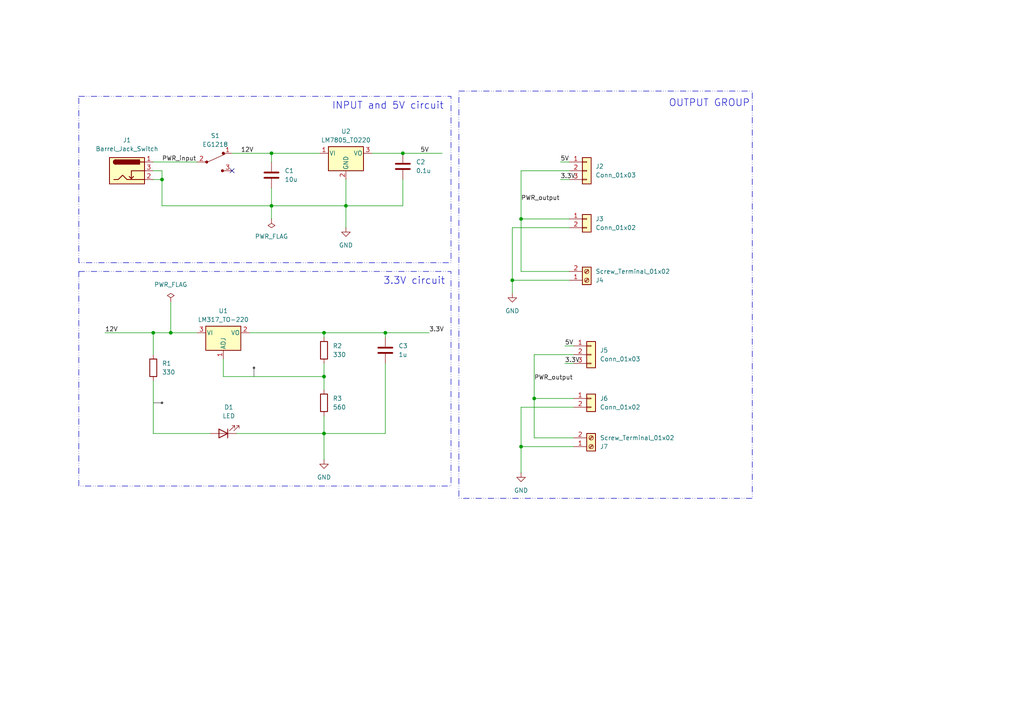
<source format=kicad_sch>
(kicad_sch (version 20231120) (generator "eeschema") (generator_version "8.0")
  (paper "A4")
  (title_block (title "breadboard_power_suply") (date "2024-07-21") (rev "1") (company "MORCHID"))
  (lib_symbols
    (symbol "Connector:Barrel_Jack_Switch" (pin_names hide)
      (property "Reference" "J" (at 0 5.334 0))
      (property "Value" "Barrel_Jack_Switch" (at 0 -5.08 0))
      (symbol "Barrel_Jack_Switch_0_1"
        (rectangle (start -5.08 3.81) (end 5.08 -3.81) (stroke (width 0.254)) (fill (type background)))
        (arc (start -3.302 3.175) (mid -3.9343 2.54) (end -3.302 1.905) (stroke (width 0.254)))
        (arc (start -3.302 3.175) (mid -3.9343 2.54) (end -3.302 1.905) (stroke (width 0.254)) (fill (type outline)))
        (polyline (pts (xy 1.27 -2.286) (xy 1.905 -1.651)) (stroke (width 0.254)))
        (polyline (pts (xy 5.08 2.54) (xy 3.81 2.54)) (stroke (width 0.254)))
        (polyline (pts (xy 5.08 0) (xy 1.27 0) (xy 1.27 -2.286) (xy 0.635 -1.651)) (stroke (width 0.254)))
        (polyline (pts (xy -3.81 -2.54) (xy -2.54 -2.54) (xy -1.27 -1.27) (xy 0 -2.54) (xy 2.54 -2.54) (xy 5.08 -2.54)) (stroke (width 0.254)))
        (rectangle (start 3.683 3.175) (end -3.302 1.905) (stroke (width 0.254)) (fill (type outline)))
      )
      (symbol "Barrel_Jack_Switch_1_1"
        (pin passive line (at 7.62 2.54 180) (length 2.54) (name "~") (number "1"))
        (pin passive line (at 7.62 -2.54 180) (length 2.54) (name "~") (number "2"))
        (pin passive line (at 7.62 0 180) (length 2.54) (name "~") (number "3"))
      )
    )
    (symbol "Connector:Screw_Terminal_01x02" (pin_names (offset 1.016) hide)
      (property "Reference" "J" (at 0 2.54 0))
      (property "Value" "Screw_Terminal_01x02" (at 0 -5.08 0))
      (symbol "Screw_Terminal_01x02_1_1"
        (rectangle (start -1.27 1.27) (end 1.27 -3.81) (stroke (width 0.254)) (fill (type background)))
        (circle (center 0 -2.54) (radius 0.635) (stroke (width 0.1524)))
        (polyline (pts (xy -0.5334 -2.2098) (xy 0.3302 -3.048)) (stroke (width 0.1524)))
        (polyline (pts (xy -0.5334 0.3302) (xy 0.3302 -0.508)) (stroke (width 0.1524)))
        (polyline (pts (xy -0.3556 -2.032) (xy 0.508 -2.8702)) (stroke (width 0.1524)))
        (polyline (pts (xy -0.3556 0.508) (xy 0.508 -0.3302)) (stroke (width 0.1524)))
        (circle (center 0 0) (radius 0.635) (stroke (width 0.1524)))
        (pin passive line (at -5.08 0 0) (length 3.81) (name "Pin_1") (number "1"))
        (pin passive line (at -5.08 -2.54 0) (length 3.81) (name "Pin_2") (number "2"))
      )
    )
    (symbol "Connector_Generic:Conn_01x02" (pin_names (offset 1.016) hide)
      (property "Reference" "J" (at 0 2.54 0))
      (property "Value" "Conn_01x02" (at 0 -5.08 0))
      (symbol "Conn_01x02_1_1"
        (rectangle (start -1.27 -2.413) (end 0 -2.667) (stroke (width 0.1524)))
        (rectangle (start -1.27 0.127) (end 0 -0.127) (stroke (width 0.1524)))
        (rectangle (start -1.27 1.27) (end 1.27 -3.81) (stroke (width 0.254)) (fill (type background)))
        (pin passive line (at -5.08 0 0) (length 3.81) (name "Pin_1") (number "1"))
        (pin passive line (at -5.08 -2.54 0) (length 3.81) (name "Pin_2") (number "2"))
      )
    )
    (symbol "Connector_Generic:Conn_01x03" (pin_names (offset 1.016) hide)
      (property "Reference" "J" (at 0 5.08 0))
      (property "Value" "Conn_01x03" (at 0 -5.08 0))
      (symbol "Conn_01x03_1_1"
        (rectangle (start -1.27 -2.413) (end 0 -2.667) (stroke (width 0.1524)))
        (rectangle (start -1.27 0.127) (end 0 -0.127) (stroke (width 0.1524)))
        (rectangle (start -1.27 2.667) (end 0 2.413) (stroke (width 0.1524)))
        (rectangle (start -1.27 3.81) (end 1.27 -3.81) (stroke (width 0.254)) (fill (type background)))
        (pin passive line (at -5.08 2.54 0) (length 3.81) (name "Pin_1") (number "1"))
        (pin passive line (at -5.08 0 0) (length 3.81) (name "Pin_2") (number "2"))
        (pin passive line (at -5.08 -2.54 0) (length 3.81) (name "Pin_3") (number "3"))
      )
    )
    (symbol "Device:C" (pin_numbers hide) (pin_names (offset 0.254))
      (property "Reference" "C" (at 0.635 2.54 0))
      (property "Value" "C" (at 0.635 -2.54 0))
      (symbol "C_0_1"
        (polyline (pts (xy -2.032 -0.762) (xy 2.032 -0.762)) (stroke (width 0.508)))
        (polyline (pts (xy -2.032 0.762) (xy 2.032 0.762)) (stroke (width 0.508)))
      )
      (symbol "C_1_1"
        (pin passive line (at 0 3.81 270) (length 2.794) (name "~") (number "1"))
        (pin passive line (at 0 -3.81 90) (length 2.794) (name "~") (number "2"))
      )
    )
    (symbol "Device:LED" (pin_numbers hide) (pin_names (offset 1.016) hide)
      (property "Reference" "D" (at 0 2.54 0))
      (property "Value" "LED" (at 0 -2.54 0))
      (symbol "LED_0_1"
        (polyline (pts (xy -1.27 -1.27) (xy -1.27 1.27)) (stroke (width 0.254)))
        (polyline (pts (xy -1.27 0) (xy 1.27 0)))
        (polyline (pts (xy 1.27 -1.27) (xy 1.27 1.27) (xy -1.27 0) (xy 1.27 -1.27)) (stroke (width 0.254)))
        (polyline (pts (xy -3.048 -0.762) (xy -4.572 -2.286) (xy -3.81 -2.286) (xy -4.572 -2.286) (xy -4.572 -1.524)))
        (polyline (pts (xy -1.778 -0.762) (xy -3.302 -2.286) (xy -2.54 -2.286) (xy -3.302 -2.286) (xy -3.302 -1.524)))
      )
      (symbol "LED_1_1"
        (pin passive line (at -3.81 0 0) (length 2.54) (name "K") (number "1"))
        (pin passive line (at 3.81 0 180) (length 2.54) (name "A") (number "2"))
      )
    )
    (symbol "Device:R" (pin_numbers hide) (pin_names (offset 0))
      (property "Reference" "R" (at 2.032 0 90))
      (property "Value" "R" (at 0 0 90))
      (symbol "R_0_1"
        (rectangle (start -1.016 -2.54) (end 1.016 2.54) (stroke (width 0.254)))
      )
      (symbol "R_1_1"
        (pin passive line (at 0 3.81 270) (length 1.27) (name "~") (number "1"))
        (pin passive line (at 0 -3.81 90) (length 1.27) (name "~") (number "2"))
      )
    )
    (symbol "Regulator_Linear:LM317_TO-220" (pin_names (offset 0.254))
      (property "Reference" "U" (at -3.81 3.175 0))
      (property "Value" "LM317_TO-220" (at 0 3.175 0))
      (symbol "LM317_TO-220_0_1"
        (rectangle (start -5.08 1.905) (end 5.08 -5.08) (stroke (width 0.254)) (fill (type background)))
      )
      (symbol "LM317_TO-220_1_1"
        (pin input line (at 0 -7.62 90) (length 2.54) (name "ADJ") (number "1"))
        (pin power_out line (at 7.62 0 180) (length 2.54) (name "VO") (number "2"))
        (pin power_in line (at -7.62 0 0) (length 2.54) (name "VI") (number "3"))
      )
    )
    (symbol "Regulator_Linear:LM7805_TO220" (pin_names (offset 0.254))
      (property "Reference" "U" (at -3.81 3.175 0))
      (property "Value" "LM7805_TO220" (at 0 3.175 0))
      (symbol "LM7805_TO220_0_1"
        (rectangle (start -5.08 1.905) (end 5.08 -5.08) (stroke (width 0.254)) (fill (type background)))
      )
      (symbol "LM7805_TO220_1_1"
        (pin power_in line (at -7.62 0 0) (length 2.54) (name "VI") (number "1"))
        (pin power_in line (at 0 -7.62 90) (length 2.54) (name "GND") (number "2"))
        (pin power_out line (at 7.62 0 180) (length 2.54) (name "VO") (number "3"))
      )
    )
    (symbol "dk_Slide-Switches:EG1218" (pin_names (offset 0))
      (property "Reference" "S" (at -3.81 2.286 0))
      (property "Value" "EG1218" (at 0 -5.334 0))
      (symbol "EG1218_0_1"
        (circle (center -2.286 0) (radius 0.3556) (fill (type outline)))
        (polyline (pts (xy -2.032 0) (xy 3.048 2.286)))
        (circle (center 2.286 -2.54) (radius 0.3556) (fill (type outline)))
        (circle (center 2.54 2.54) (radius 0.3556) (fill (type outline)))
      )
      (symbol "EG1218_1_1"
        (pin passive line (at 5.08 2.54 180) (length 2.54) (name "~") (number "1"))
        (pin passive line (at -5.08 0 0) (length 2.54) (name "~") (number "2"))
        (pin passive line (at 5.08 -2.54 180) (length 2.54) (name "~") (number "3"))
      )
    )
    (symbol "power:GND" (power) (pin_numbers hide) (pin_names (offset 0) hide)
      (property "Value" "GND" (at 0 -3.81 0))
      (symbol "GND_0_1"
        (polyline (pts (xy 0 0) (xy 0 -1.27) (xy 1.27 -1.27) (xy 0 -2.54) (xy -1.27 -1.27) (xy 0 -1.27)))
      )
      (symbol "GND_1_1"
        (pin power_in line (at 0 0 270) (length 0) (name "~") (number "1"))
      )
    )
    (symbol "power:PWR_FLAG" (power) (pin_numbers hide) (pin_names (offset 0) hide)
      (property "Value" "PWR_FLAG" (at 0 3.81 0))
      (symbol "PWR_FLAG_0_0"
        (pin power_out line (at 0 0 90) (length 0) (name "~") (number "1"))
      )
      (symbol "PWR_FLAG_0_1"
        (polyline (pts (xy 0 0) (xy 0 1.27) (xy -1.016 1.905) (xy 0 2.54) (xy 1.016 1.905) (xy 0 1.27)))
      )
    )
  )
  (junction (at 154.94 115.57))
  (junction (at 78.74 44.45))
  (junction (at 49.53 96.52))
  (junction (at 151.13 63.5))
  (junction (at 78.74 59.69))
  (junction (at 46.99 52.07))
  (junction (at 93.98 109.22))
  (junction (at 100.33 59.69))
  (junction (at 148.59 81.28))
  (junction (at 151.13 129.54))
  (junction (at 93.98 125.73))
  (junction (at 93.98 96.52))
  (junction (at 111.76 96.52))
  (junction (at 116.84 44.45))
  (junction (at 44.45 96.52))
  (no_connect (at 67.31 49.53))
  (wire (pts (xy 166.37 129.54) (xy 151.13 129.54)))
  (wire (pts (xy 162.56 46.99) (xy 165.1 46.99)))
  (wire (pts (xy 151.13 129.54) (xy 151.13 137.16)))
  (wire (pts (xy 154.94 115.57) (xy 166.37 115.57)))
  (wire (pts (xy 64.77 104.14) (xy 64.77 109.22)))
  (wire (pts (xy 163.83 105.41) (xy 166.37 105.41)))
  (wire (pts (xy 44.45 52.07) (xy 46.99 52.07)))
  (wire (pts (xy 111.76 105.41) (xy 111.76 125.73)))
  (wire (pts (xy 116.84 52.07) (xy 116.84 59.69)))
  (wire (pts (xy 64.77 109.22) (xy 93.98 109.22)))
  (wire (pts (xy 151.13 63.5) (xy 165.1 63.5)))
  (wire (pts (xy 44.45 49.53) (xy 46.99 49.53)))
  (wire (pts (xy 93.98 125.73) (xy 93.98 120.65)))
  (wire (pts (xy 93.98 109.22) (xy 93.98 113.03)))
  (wire (pts (xy 148.59 66.04) (xy 148.59 81.28)))
  (wire (pts (xy 151.13 63.5) (xy 151.13 78.74)))
  (wire (pts (xy 93.98 125.73) (xy 111.76 125.73)))
  (wire (pts (xy 166.37 102.87) (xy 154.94 102.87)))
  (wire (pts (xy 165.1 49.53) (xy 151.13 49.53)))
  (wire (pts (xy 78.74 54.61) (xy 78.74 59.69)))
  (wire (pts (xy 151.13 49.53) (xy 151.13 63.5)))
  (wire (pts (xy 93.98 125.73) (xy 93.98 133.35)))
  (wire (pts (xy 49.53 87.63) (xy 49.53 96.52)))
  (wire (pts (xy 163.83 100.33) (xy 166.37 100.33)))
  (wire (pts (xy 116.84 44.45) (xy 128.27 44.45)))
  (wire (pts (xy 46.99 49.53) (xy 46.99 52.07)))
  (wire (pts (xy 44.45 96.52) (xy 44.45 102.87)))
  (wire (pts (xy 44.45 46.99) (xy 57.15 46.99)))
  (wire (pts (xy 68.58 125.73) (xy 93.98 125.73)))
  (wire (pts (xy 100.33 59.69) (xy 116.84 59.69)))
  (wire (pts (xy 151.13 118.11) (xy 151.13 129.54)))
  (wire (pts (xy 148.59 81.28) (xy 165.1 81.28)))
  (wire (pts (xy 151.13 78.74) (xy 165.1 78.74)))
  (wire (pts (xy 111.76 96.52) (xy 111.76 97.79)))
  (wire (pts (xy 60.96 125.73) (xy 44.45 125.73)))
  (wire (pts (xy 93.98 96.52) (xy 111.76 96.52)))
  (wire (pts (xy 46.99 52.07) (xy 46.99 59.69)))
  (wire (pts (xy 165.1 66.04) (xy 148.59 66.04)))
  (wire (pts (xy 154.94 102.87) (xy 154.94 115.57)))
  (wire (pts (xy 78.74 63.5) (xy 78.74 59.69)))
  (wire (pts (xy 107.95 44.45) (xy 116.84 44.45)))
  (wire (pts (xy 46.99 59.69) (xy 78.74 59.69)))
  (wire (pts (xy 93.98 105.41) (xy 93.98 109.22)))
  (wire (pts (xy 154.94 127) (xy 166.37 127)))
  (wire (pts (xy 44.45 96.52) (xy 49.53 96.52)))
  (wire (pts (xy 151.13 118.11) (xy 166.37 118.11)))
  (wire (pts (xy 30.48 96.52) (xy 44.45 96.52)))
  (wire (pts (xy 78.74 59.69) (xy 100.33 59.69)))
  (wire (pts (xy 154.94 115.57) (xy 154.94 127)))
  (wire (pts (xy 111.76 96.52) (xy 124.46 96.52)))
  (wire (pts (xy 78.74 46.99) (xy 78.74 44.45)))
  (wire (pts (xy 148.59 85.09) (xy 148.59 81.28)))
  (wire (pts (xy 93.98 96.52) (xy 93.98 97.79)))
  (wire (pts (xy 78.74 44.45) (xy 92.71 44.45)))
  (wire (pts (xy 72.39 96.52) (xy 93.98 96.52)))
  (wire (pts (xy 49.53 96.52) (xy 57.15 96.52)))
  (wire (pts (xy 44.45 125.73) (xy 44.45 110.49)))
  (wire (pts (xy 162.56 52.07) (xy 165.1 52.07)))
  (wire (pts (xy 100.33 66.04) (xy 100.33 59.69)))
  (wire (pts (xy 100.33 59.69) (xy 100.33 52.07)))
  (wire (pts (xy 67.31 44.45) (xy 78.74 44.45)))
  (rectangle (start 133.096 26.416) (end 218.186 144.526) (stroke (width 0) (type dash_dot_dot)))
  (rectangle (start 22.86 27.94) (end 130.81 76.2) (stroke (width 0) (type dash_dot_dot)))
  (rectangle (start 22.86 78.74) (end 130.81 140.97) (stroke (width 0) (type dash_dot_dot)))
  (text "3.3V circuit" (at 120.142 81.534 0) (effects (font (size 2.032 2.032))))
  (text "OUTPUT GROUP" (at 205.74 29.972 0) (effects (font (size 2.032 2.032))))
  (text "INPUT and 5V circuit" (at 112.522 30.734 0) (effects (font (size 2.032 2.032))))
  (label "3.3V" (at 162.56 52.07 0))
  (label "12V" (at 30.48 96.52 0))
  (label "5V" (at 163.83 100.33 0))
  (label "PWR_output" (at 151.13 58.42 0))
  (label "3.3V" (at 124.46 96.52 0))
  (label "PWR_input" (at 46.99 46.99 0))
  (label "5V" (at 121.92 44.45 0))
  (label "5V" (at 162.56 46.99 0))
  (label "PWR_output" (at 154.94 110.49 0))
  (label "12V" (at 69.85 44.45 0))
  (label "3.3V" (at 163.83 105.41 0))
  (netclass_flag "" (length 2.54) (shape dot) (at 44.45 116.84 270) (property "Netclass" "Signal" (effects (hide yes))))
  (netclass_flag "" (length 2.54) (shape dot) (at 73.66 109.22 0) (property "Netclass" "Signal" (effects (hide yes))))
  (symbol (lib_id "Connector:Screw_Terminal_01x02") (at 171.45 129.54 0) (mirror x) (unit 1)
    (property "Reference" "J7" (at 173.99 129.5401 0) (effects (justify left)))
    (property "Value" "Screw_Terminal_01x02" (at 173.99 127.0001 0) (effects (justify left)))
    (property "Footprint" "TerminalBlock:TerminalBlock_bornier-2_P5.08mm" (effects (hide yes)))
    (property "Description" "Generic screw terminal, single row, 01x02, script generated (kicad-library-utils/schlib/autogen/connector/)" (effects (hide yes)))
  )
  (symbol (lib_id "power:GND") (at 148.59 85.09 0) (unit 1)
    (property "Reference" "#PWR03" (effects (hide yes)))
    (property "Value" "GND" (at 148.59 90.17 0))
    (property "Description" "Power symbol creates a global label with name \"GND\" , ground" (effects (hide yes)))
  )
  (symbol (lib_id "dk_Slide-Switches:EG1218") (at 62.23 46.99 0) (unit 1)
    (property "Reference" "S1" (at 62.4332 39.37 0))
    (property "Value" "EG1218" (at 62.4332 41.91 0))
    (property "Footprint" "digikey-footprints:Switch_Slide_11.6x4mm_EG1218" (effects (hide yes)))
    (property "Datasheet" "http://spec_sheets.e-switch.com/specs/P040040.pdf" (effects (hide yes)))
    (property "Description" "SWITCH SLIDE SPDT 200MA 30V" (effects (hide yes)))
    (property "Digi-Key_PN" "EG1903-ND" (effects (hide yes)))
    (property "MPN" "EG1218" (effects (hide yes)))
    (property "Category" "Switches" (effects (hide yes)))
    (property "Family" "Slide Switches" (effects (hide yes)))
    (property "DK_Datasheet_Link" "http://spec_sheets.e-switch.com/specs/P040040.pdf" (effects (hide yes)))
    (property "DK_Detail_Page" "/product-detail/en/e-switch/EG1218/EG1903-ND/101726" (effects (hide yes)))
    (property "Description_1" "SWITCH SLIDE SPDT 200MA 30V" (effects (hide yes)))
    (property "Manufacturer" "E-Switch" (effects (hide yes)))
    (property "Status" "Active" (effects (hide yes)))
  )
  (symbol (lib_id "Device:C") (at 111.76 101.6 0) (unit 1)
    (property "Reference" "C3" (at 115.57 100.3299 0) (effects (justify left)))
    (property "Value" "1u" (at 115.57 102.8699 0) (effects (justify left)))
    (property "Footprint" "Capacitor_THT:C_Disc_D3.0mm_W1.6mm_P2.50mm" (effects (hide yes)))
    (property "Description" "Unpolarized capacitor" (effects (hide yes)))
  )
  (symbol (lib_id "Device:LED") (at 64.77 125.73 180) (unit 1)
    (property "Reference" "D1" (at 66.3575 118.11 0))
    (property "Value" "LED" (at 66.3575 120.65 0))
    (property "Footprint" "LED_THT:LED_D5.0mm" (effects (hide yes)))
    (property "Description" "Light emitting diode" (effects (hide yes)))
  )
  (symbol (lib_id "Device:R") (at 44.45 106.68 180) (unit 1)
    (property "Reference" "R1" (at 46.99 105.4099 0) (effects (justify right)))
    (property "Value" "330" (at 46.99 107.9499 0) (effects (justify right)))
    (property "Footprint" "Resistor_THT:R_Axial_DIN0204_L3.6mm_D1.6mm_P7.62mm_Horizontal" (effects (hide yes)))
    (property "Description" "Resistor" (effects (hide yes)))
  )
  (symbol (lib_id "Connector:Barrel_Jack_Switch") (at 36.83 49.53 0) (unit 1)
    (property "Reference" "J1" (at 36.83 40.64 0))
    (property "Value" "Barrel_Jack_Switch" (at 36.83 43.18 0))
    (property "Footprint" "Connector_BarrelJack:BarrelJack_Horizontal" (effects (hide yes)))
    (property "Description" "DC Barrel Jack with an internal switch" (effects (hide yes)))
  )
  (symbol (lib_id "power:GND") (at 151.13 137.16 0) (unit 1)
    (property "Reference" "#PWR04" (effects (hide yes)))
    (property "Value" "GND" (at 151.13 142.24 0))
    (property "Description" "Power symbol creates a global label with name \"GND\" , ground" (effects (hide yes)))
  )
  (symbol (lib_id "Connector_Generic:Conn_01x02") (at 171.45 115.57 0) (unit 1)
    (property "Reference" "J6" (at 173.99 115.5699 0) (effects (justify left)))
    (property "Value" "Conn_01x02" (at 173.99 118.1099 0) (effects (justify left)))
    (property "Footprint" "Connector_PinHeader_2.54mm:PinHeader_1x02_P2.54mm_Vertical" (effects (hide yes)))
    (property "Description" "Generic connector, single row, 01x02, script generated (kicad-library-utils/schlib/autogen/connector/)" (effects (hide yes)))
  )
  (symbol (lib_id "Connector_Generic:Conn_01x03") (at 171.45 102.87 0) (unit 1)
    (property "Reference" "J5" (at 173.99 101.5999 0) (effects (justify left)))
    (property "Value" "Conn_01x03" (at 173.99 104.1399 0) (effects (justify left)))
    (property "Footprint" "Connector_PinHeader_2.54mm:PinHeader_1x03_P2.54mm_Vertical" (effects (hide yes)))
    (property "Description" "Generic connector, single row, 01x03, script generated (kicad-library-utils/schlib/autogen/connector/)" (effects (hide yes)))
  )
  (symbol (lib_id "power:GND") (at 100.33 66.04 0) (unit 1)
    (property "Reference" "#PWR01" (effects (hide yes)))
    (property "Value" "GND" (at 100.33 71.12 0))
    (property "Description" "Power symbol creates a global label with name \"GND\" , ground" (effects (hide yes)))
  )
  (symbol (lib_id "power:GND") (at 93.98 133.35 0) (unit 1)
    (property "Reference" "#PWR02" (effects (hide yes)))
    (property "Value" "GND" (at 93.98 138.43 0))
    (property "Description" "Power symbol creates a global label with name \"GND\" , ground" (effects (hide yes)))
  )
  (symbol (lib_id "Connector_Generic:Conn_01x02") (at 170.18 63.5 0) (unit 1)
    (property "Reference" "J3" (at 172.72 63.4999 0) (effects (justify left)))
    (property "Value" "Conn_01x02" (at 172.72 66.0399 0) (effects (justify left)))
    (property "Footprint" "Connector_PinHeader_2.54mm:PinHeader_1x02_P2.54mm_Vertical" (effects (hide yes)))
    (property "Description" "Generic connector, single row, 01x02, script generated (kicad-library-utils/schlib/autogen/connector/)" (effects (hide yes)))
  )
  (symbol (lib_id "Device:R") (at 93.98 116.84 180) (unit 1)
    (property "Reference" "R3" (at 96.52 115.5699 0) (effects (justify right)))
    (property "Value" "560" (at 96.52 118.1099 0) (effects (justify right)))
    (property "Footprint" "Resistor_THT:R_Axial_DIN0204_L3.6mm_D1.6mm_P7.62mm_Horizontal" (effects (hide yes)))
    (property "Description" "Resistor" (effects (hide yes)))
  )
  (symbol (lib_id "power:PWR_FLAG") (at 49.53 87.63 0) (unit 1)
    (property "Reference" "#FLG01" (effects (hide yes)))
    (property "Value" "PWR_FLAG" (at 49.53 82.55 0))
    (property "Description" "Special symbol for telling ERC where power comes from" (effects (hide yes)))
  )
  (symbol (lib_id "power:PWR_FLAG") (at 78.74 63.5 180) (unit 1)
    (property "Reference" "#FLG02" (effects (hide yes)))
    (property "Value" "PWR_FLAG" (at 78.74 68.58 0))
    (property "Description" "Special symbol for telling ERC where power comes from" (effects (hide yes)))
  )
  (symbol (lib_id "Connector_Generic:Conn_01x03") (at 170.18 49.53 0) (unit 1)
    (property "Reference" "J2" (at 172.72 48.2599 0) (effects (justify left)))
    (property "Value" "Conn_01x03" (at 172.72 50.7999 0) (effects (justify left)))
    (property "Footprint" "Connector_PinHeader_2.54mm:PinHeader_1x03_P2.54mm_Vertical" (effects (hide yes)))
    (property "Description" "Generic connector, single row, 01x03, script generated (kicad-library-utils/schlib/autogen/connector/)" (effects (hide yes)))
  )
  (symbol (lib_id "Device:C") (at 116.84 48.26 0) (unit 1)
    (property "Reference" "C2" (at 120.65 46.9899 0) (effects (justify left)))
    (property "Value" "0.1u" (at 120.65 49.5299 0) (effects (justify left)))
    (property "Footprint" "Capacitor_THT:C_Disc_D3.0mm_W1.6mm_P2.50mm" (effects (hide yes)))
    (property "Description" "Unpolarized capacitor" (effects (hide yes)))
  )
  (symbol (lib_id "Regulator_Linear:LM317_TO-220") (at 64.77 96.52 0) (unit 1)
    (property "Reference" "U1" (at 64.77 90.17 0))
    (property "Value" "LM317_TO-220" (at 64.77 92.71 0))
    (property "Footprint" "Package_TO_SOT_THT:TO-220-3_Vertical" (effects (hide yes)))
    (property "Datasheet" "http://www.ti.com/lit/ds/symlink/lm317.pdf" (effects (hide yes)))
    (property "Description" "1.5A 35V Adjustable Linear Regulator, TO-220" (effects (hide yes)))
  )
  (symbol (lib_id "Connector:Screw_Terminal_01x02") (at 170.18 81.28 0) (mirror x) (unit 1)
    (property "Reference" "J4" (at 172.72 81.2801 0) (effects (justify left)))
    (property "Value" "Screw_Terminal_01x02" (at 172.72 78.7401 0) (effects (justify left)))
    (property "Footprint" "TerminalBlock:TerminalBlock_bornier-2_P5.08mm" (effects (hide yes)))
    (property "Description" "Generic screw terminal, single row, 01x02, script generated (kicad-library-utils/schlib/autogen/connector/)" (effects (hide yes)))
  )
  (symbol (lib_id "Device:R") (at 93.98 101.6 180) (unit 1)
    (property "Reference" "R2" (at 96.52 100.3299 0) (effects (justify right)))
    (property "Value" "330" (at 96.52 102.8699 0) (effects (justify right)))
    (property "Footprint" "Resistor_THT:R_Axial_DIN0204_L3.6mm_D1.6mm_P7.62mm_Horizontal" (effects (hide yes)))
    (property "Description" "Resistor" (effects (hide yes)))
  )
  (symbol (lib_id "Device:C") (at 78.74 50.8 0) (unit 1)
    (property "Reference" "C1" (at 82.55 49.5299 0) (effects (justify left)))
    (property "Value" "10u" (at 82.55 52.0699 0) (effects (justify left)))
    (property "Footprint" "Capacitor_THT:C_Disc_D3.0mm_W1.6mm_P2.50mm" (effects (hide yes)))
    (property "Description" "Unpolarized capacitor" (effects (hide yes)))
  )
  (symbol (lib_id "Regulator_Linear:LM7805_TO220") (at 100.33 44.45 0) (unit 1)
    (property "Reference" "U2" (at 100.33 38.1 0))
    (property "Value" "LM7805_TO220" (at 100.33 40.64 0))
    (property "Footprint" "Package_TO_SOT_THT:TO-220-3_Vertical" (effects (hide yes)))
    (property "Datasheet" "https://www.onsemi.cn/PowerSolutions/document/MC7800-D.PDF" (effects (hide yes)))
    (property "Description" "Positive 1A 35V Linear Regulator, Fixed Output 5V, TO-220" (effects (hide yes)))
  )
)
</source>
